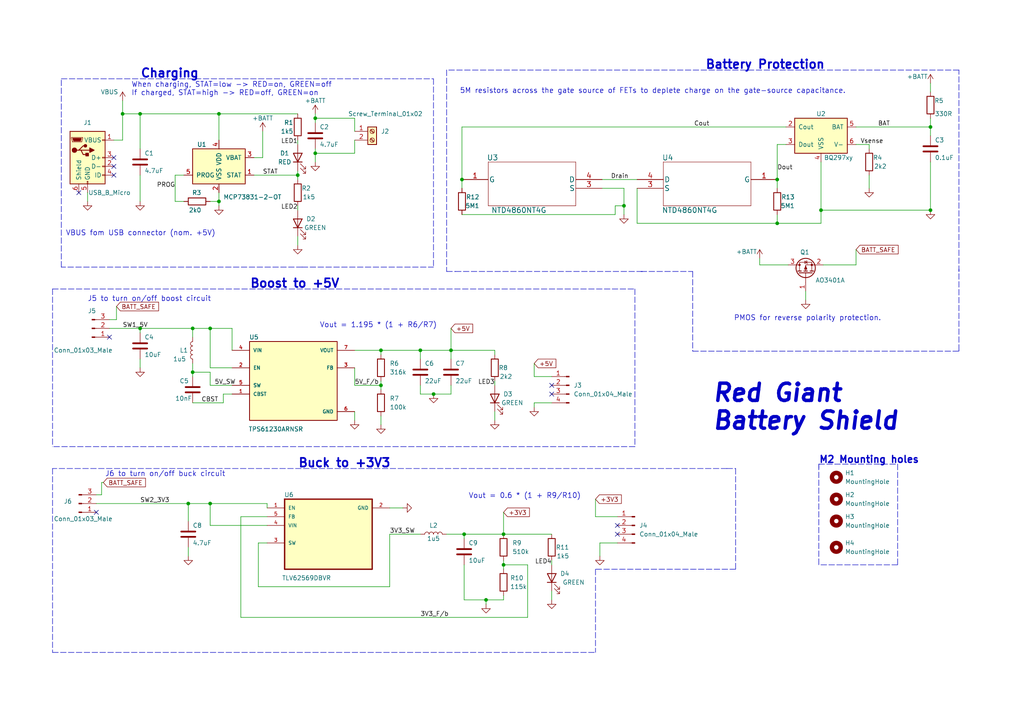
<source format=kicad_sch>
(kicad_sch (version 20211123) (generator eeschema)
  (paper "A4")
  (title_block (title "Red Giant Battery Shield") (date "2022-02") (rev "1.0") (company "Alex Gichamba"))
  (lib_symbols
    (symbol "Battery_Management:BQ297xy" (pin_names (offset 1.016))
      (property "Reference" "U" (at -6.35 6.35 0))
      (property "Value" "BQ297xy" (at 5.08 -6.35 0))
      (symbol "BQ297xy_0_1"
        (rectangle (start -7.62 5.08) (end 7.62 -5.08) (stroke (width 0.254)) (fill (type background)))
      )
      (symbol "BQ297xy_1_1"
        (pin no_connect line (at 7.62 0 180) (length 2.54) hide (name "NC") (number "1"))
        (pin output line (at 10.16 2.54 180) (length 2.54) (name "Cout") (number "2"))
        (pin output line (at 10.16 -2.54 180) (length 2.54) (name "Dout") (number "3"))
        (pin power_in line (at 0 -7.62 90) (length 2.54) (name "VSS") (number "4"))
        (pin input line (at -10.16 2.54 0) (length 2.54) (name "BAT") (number "5"))
        (pin input line (at -10.16 -2.54 0) (length 2.54) (name "V-") (number "6"))
      )
    )
    (symbol "Battery_Management:MCP73831-2-OT" (pin_names (offset 1.016))
      (property "Reference" "U" (at -7.62 6.35 0))
      (property "Value" "MCP73831-2-OT" (at 1.27 6.35 0))
      (symbol "MCP73831-2-OT_0_1"
        (rectangle (start -7.62 5.08) (end 7.62 -5.08) (stroke (width 0.254)) (fill (type background)))
      )
      (symbol "MCP73831-2-OT_1_1"
        (pin output line (at 10.16 -2.54 180) (length 2.54) (name "STAT") (number "1"))
        (pin power_in line (at 0 -7.62 90) (length 2.54) (name "VSS") (number "2"))
        (pin power_out line (at 10.16 2.54 180) (length 2.54) (name "VBAT") (number "3"))
        (pin power_in line (at 0 7.62 270) (length 2.54) (name "VDD") (number "4"))
        (pin input line (at -10.16 -2.54 0) (length 2.54) (name "PROG") (number "5"))
      )
    )
    (symbol "Connector:Conn_01x03_Male" (pin_names (offset 1.016) hide)
      (property "Reference" "J" (at 0 5.08 0))
      (property "Value" "Conn_01x03_Male" (at 0 -5.08 0))
      (symbol "Conn_01x03_Male_1_1"
        (polyline (pts (xy 1.27 -2.54) (xy 0.8636 -2.54)) (stroke (width 0.1524)))
        (polyline (pts (xy 1.27 0) (xy 0.8636 0)) (stroke (width 0.1524)))
        (polyline (pts (xy 1.27 2.54) (xy 0.8636 2.54)) (stroke (width 0.1524)))
        (rectangle (start 0.8636 -2.413) (end 0 -2.667) (stroke (width 0.1524)) (fill (type outline)))
        (rectangle (start 0.8636 0.127) (end 0 -0.127) (stroke (width 0.1524)) (fill (type outline)))
        (rectangle (start 0.8636 2.667) (end 0 2.413) (stroke (width 0.1524)) (fill (type outline)))
        (pin passive line (at 5.08 2.54 180) (length 3.81) (name "Pin_1") (number "1"))
        (pin passive line (at 5.08 0 180) (length 3.81) (name "Pin_2") (number "2"))
        (pin passive line (at 5.08 -2.54 180) (length 3.81) (name "Pin_3") (number "3"))
      )
    )
    (symbol "Connector:Conn_01x04_Male" (pin_names (offset 1.016) hide)
      (property "Reference" "J" (at 0 5.08 0))
      (property "Value" "Conn_01x04_Male" (at 0 -7.62 0))
      (symbol "Conn_01x04_Male_1_1"
        (polyline (pts (xy 1.27 -5.08) (xy 0.8636 -5.08)) (stroke (width 0.1524)))
        (polyline (pts (xy 1.27 -2.54) (xy 0.8636 -2.54)) (stroke (width 0.1524)))
        (polyline (pts (xy 1.27 0) (xy 0.8636 0)) (stroke (width 0.1524)))
        (polyline (pts (xy 1.27 2.54) (xy 0.8636 2.54)) (stroke (width 0.1524)))
        (rectangle (start 0.8636 -4.953) (end 0 -5.207) (stroke (width 0.1524)) (fill (type outline)))
        (rectangle (start 0.8636 -2.413) (end 0 -2.667) (stroke (width 0.1524)) (fill (type outline)))
        (rectangle (start 0.8636 0.127) (end 0 -0.127) (stroke (width 0.1524)) (fill (type outline)))
        (rectangle (start 0.8636 2.667) (end 0 2.413) (stroke (width 0.1524)) (fill (type outline)))
        (pin passive line (at 5.08 2.54 180) (length 3.81) (name "Pin_1") (number "1"))
        (pin passive line (at 5.08 0 180) (length 3.81) (name "Pin_2") (number "2"))
        (pin passive line (at 5.08 -2.54 180) (length 3.81) (name "Pin_3") (number "3"))
        (pin passive line (at 5.08 -5.08 180) (length 3.81) (name "Pin_4") (number "4"))
      )
    )
    (symbol "Connector:Screw_Terminal_01x02" (pin_names (offset 1.016) hide)
      (property "Reference" "J" (at 0 2.54 0))
      (property "Value" "Screw_Terminal_01x02" (at 0 -5.08 0))
      (symbol "Screw_Terminal_01x02_1_1"
        (rectangle (start -1.27 1.27) (end 1.27 -3.81) (stroke (width 0.254)) (fill (type background)))
        (circle (center 0 -2.54) (radius 0.635) (stroke (width 0.1524)))
        (polyline (pts (xy -0.5334 -2.2098) (xy 0.3302 -3.048)) (stroke (width 0.1524)))
        (polyline (pts (xy -0.5334 0.3302) (xy 0.3302 -0.508)) (stroke (width 0.1524)))
        (polyline (pts (xy -0.3556 -2.032) (xy 0.508 -2.8702)) (stroke (width 0.1524)))
        (polyline (pts (xy -0.3556 0.508) (xy 0.508 -0.3302)) (stroke (width 0.1524)))
        (circle (center 0 0) (radius 0.635) (stroke (width 0.1524)))
        (pin passive line (at -5.08 0 0) (length 3.81) (name "Pin_1") (number "1"))
        (pin passive line (at -5.08 -2.54 0) (length 3.81) (name "Pin_2") (number "2"))
      )
    )
    (symbol "Connector:USB_B_Micro" (pin_names (offset 1.016))
      (property "Reference" "J" (at -5.08 11.43 0))
      (property "Value" "USB_B_Micro" (at -5.08 8.89 0))
      (symbol "USB_B_Micro_0_1"
        (rectangle (start -5.08 -7.62) (end 5.08 7.62) (stroke (width 0.254)) (fill (type background)))
        (circle (center -3.81 2.159) (radius 0.635) (stroke (width 0.254)) (fill (type outline)))
        (circle (center -0.635 3.429) (radius 0.381) (stroke (width 0.254)) (fill (type outline)))
        (rectangle (start -0.127 -7.62) (end 0.127 -6.858))
        (polyline (pts (xy -1.905 2.159) (xy 0.635 2.159)) (stroke (width 0.254)))
        (polyline (pts (xy -3.175 2.159) (xy -2.54 2.159) (xy -1.27 3.429) (xy -0.635 3.429)) (stroke (width 0.254)))
        (polyline (pts (xy -2.54 2.159) (xy -1.905 2.159) (xy -1.27 0.889) (xy 0 0.889)) (stroke (width 0.254)))
        (polyline (pts (xy 0.635 2.794) (xy 0.635 1.524) (xy 1.905 2.159) (xy 0.635 2.794)) (stroke (width 0.254)) (fill (type outline)))
        (polyline (pts (xy -4.318 5.588) (xy -1.778 5.588) (xy -2.032 4.826) (xy -4.064 4.826) (xy -4.318 5.588)) (fill (type outline)))
        (polyline (pts (xy -4.699 5.842) (xy -4.699 5.588) (xy -4.445 4.826) (xy -4.445 4.572) (xy -1.651 4.572) (xy -1.651 4.826) (xy -1.397 5.588) (xy -1.397 5.842) (xy -4.699 5.842)))
        (rectangle (start 0.254 1.27) (end -0.508 0.508) (stroke (width 0.254)) (fill (type outline)))
        (rectangle (start 5.08 -5.207) (end 4.318 -4.953))
        (rectangle (start 5.08 -2.667) (end 4.318 -2.413))
        (rectangle (start 5.08 -0.127) (end 4.318 0.127))
        (rectangle (start 5.08 4.953) (end 4.318 5.207))
      )
      (symbol "USB_B_Micro_1_1"
        (pin power_out line (at 7.62 5.08 180) (length 2.54) (name "VBUS") (number "1"))
        (pin bidirectional line (at 7.62 -2.54 180) (length 2.54) (name "D-") (number "2"))
        (pin bidirectional line (at 7.62 0 180) (length 2.54) (name "D+") (number "3"))
        (pin passive line (at 7.62 -5.08 180) (length 2.54) (name "ID") (number "4"))
        (pin power_out line (at 0 -10.16 90) (length 2.54) (name "GND") (number "5"))
        (pin passive line (at -2.54 -10.16 90) (length 2.54) (name "Shield") (number "6"))
      )
    )
    (symbol "Device:C" (pin_numbers hide) (pin_names (offset 0.254))
      (property "Reference" "C" (at 0.635 2.54 0))
      (property "Value" "C" (at 0.635 -2.54 0))
      (symbol "C_0_1"
        (polyline (pts (xy -2.032 -0.762) (xy 2.032 -0.762)) (stroke (width 0.508)))
        (polyline (pts (xy -2.032 0.762) (xy 2.032 0.762)) (stroke (width 0.508)))
      )
      (symbol "C_1_1"
        (pin passive line (at 0 3.81 270) (length 2.794) (name "~") (number "1"))
        (pin passive line (at 0 -3.81 90) (length 2.794) (name "~") (number "2"))
      )
    )
    (symbol "Device:L" (pin_numbers hide) (pin_names (offset 1.016) hide)
      (property "Reference" "L" (at -1.27 0 90))
      (property "Value" "L" (at 1.905 0 90))
      (symbol "L_0_1"
        (arc (start 0 -2.54) (mid 0.635 -1.905) (end 0 -1.27))
        (arc (start 0 -1.27) (mid 0.635 -0.635) (end 0 0))
        (arc (start 0 0) (mid 0.635 0.635) (end 0 1.27))
        (arc (start 0 1.27) (mid 0.635 1.905) (end 0 2.54))
      )
      (symbol "L_1_1"
        (pin passive line (at 0 3.81 270) (length 1.27) (name "1") (number "1"))
        (pin passive line (at 0 -3.81 90) (length 1.27) (name "2") (number "2"))
      )
    )
    (symbol "Device:LED" (pin_numbers hide) (pin_names (offset 1.016) hide)
      (property "Reference" "D" (at 0 2.54 0))
      (property "Value" "LED" (at 0 -2.54 0))
      (symbol "LED_0_1"
        (polyline (pts (xy -1.27 -1.27) (xy -1.27 1.27)) (stroke (width 0.254)))
        (polyline (pts (xy -1.27 0) (xy 1.27 0)))
        (polyline (pts (xy 1.27 -1.27) (xy 1.27 1.27) (xy -1.27 0) (xy 1.27 -1.27)) (stroke (width 0.254)))
        (polyline (pts (xy -3.048 -0.762) (xy -4.572 -2.286) (xy -3.81 -2.286) (xy -4.572 -2.286) (xy -4.572 -1.524)))
        (polyline (pts (xy -1.778 -0.762) (xy -3.302 -2.286) (xy -2.54 -2.286) (xy -3.302 -2.286) (xy -3.302 -1.524)))
      )
      (symbol "LED_1_1"
        (pin passive line (at -3.81 0 0) (length 2.54) (name "K") (number "1"))
        (pin passive line (at 3.81 0 180) (length 2.54) (name "A") (number "2"))
      )
    )
    (symbol "Device:R" (pin_numbers hide) (pin_names (offset 0))
      (property "Reference" "R" (at 2.032 0 90))
      (property "Value" "R" (at 0 0 90))
      (symbol "R_0_1"
        (rectangle (start -1.016 -2.54) (end 1.016 2.54) (stroke (width 0.254)))
      )
      (symbol "R_1_1"
        (pin passive line (at 0 3.81 270) (length 1.27) (name "~") (number "1"))
        (pin passive line (at 0 -3.81 90) (length 1.27) (name "~") (number "2"))
      )
    )
    (symbol "Mechanical:MountingHole" (pin_names (offset 1.016))
      (property "Reference" "H" (at 0 5.08 0))
      (property "Value" "MountingHole" (at 0 3.175 0))
      (symbol "MountingHole_0_1"
        (circle (center 0 0) (radius 1.27) (stroke (width 1.27)))
      )
    )
    (symbol "NTD4860NT4G:NTD4860NT4G" (pin_names (offset 0.254))
      (property "Reference" "U4" (at -30.48 6.35 0))
      (property "Value" "NTD4860NT4G" (at -25.4 -8.89 0))
      (symbol "NTD4860NT4G_1_1"
        (polyline (pts (xy 7.62 -7.62) (xy 33.02 -7.62)) (stroke (width 0.127)))
        (polyline (pts (xy 7.62 5.08) (xy 7.62 -7.62)) (stroke (width 0.127)))
        (polyline (pts (xy 33.02 -7.62) (xy 33.02 5.08)) (stroke (width 0.127)))
        (polyline (pts (xy 33.02 5.08) (xy 7.62 5.08)) (stroke (width 0.127)))
        (pin input line (at 0 0 0) (length 7.62) (name "G") (number "1"))
        (pin passive line (at 40.64 -2.54 180) (length 7.62) (name "S") (number "3"))
        (pin passive line (at 40.64 0 180) (length 7.62) (name "D") (number "4"))
      )
    )
    (symbol "NTD4860NT4G_1" (pin_names (offset 0.254))
      (property "Reference" "U3" (at 8.89 6.35 0))
      (property "Value" "NTD4860NT4G_1" (at 16.51 -8.89 0))
      (symbol "NTD4860NT4G_1_1_1"
        (polyline (pts (xy 7.62 -7.62) (xy 33.02 -7.62)) (stroke (width 0.127)))
        (polyline (pts (xy 7.62 5.08) (xy 7.62 -7.62)) (stroke (width 0.127)))
        (polyline (pts (xy 33.02 -7.62) (xy 33.02 5.08)) (stroke (width 0.127)))
        (polyline (pts (xy 33.02 5.08) (xy 7.62 5.08)) (stroke (width 0.127)))
        (pin input line (at 0 0 0) (length 7.62) (name "G") (number "1"))
        (pin passive line (at 40.64 -2.54 180) (length 7.62) (name "S") (number "3"))
        (pin passive line (at 40.64 0 180) (length 7.62) (name "D") (number "4"))
      )
    )
    (symbol "TLV62569DBVR:TLV62569DBVR" (pin_names (offset 1.016))
      (property "Reference" "U" (at -12.7 11.1506 0))
      (property "Value" "TLV62569DBVR" (at -12.7 -14.1478 0))
      (symbol "TLV62569DBVR_0_0"
        (rectangle (start -12.7 -10.16) (end 12.7 10.16) (stroke (width 0.4064)) (fill (type background)))
        (pin input line (at -17.78 7.62 0) (length 5.08) (name "EN") (number "1"))
        (pin power_in line (at 17.78 7.62 180) (length 5.08) (name "GND") (number "2"))
        (pin bidirectional line (at -17.78 -2.54 0) (length 5.08) (name "SW") (number "3"))
        (pin input line (at -17.78 2.54 0) (length 5.08) (name "VIN") (number "4"))
        (pin input line (at -17.78 5.08 0) (length 5.08) (name "FB") (number "5"))
      )
    )
    (symbol "TPS61230ARNSR:TPS61230ARNSR" (pin_names (offset 1.016))
      (property "Reference" "U" (at -12.7 11.43 0))
      (property "Value" "TPS61230ARNSR" (at -12.7 -13.97 0))
      (symbol "TPS61230ARNSR_0_0"
        (rectangle (start -12.7 -12.7) (end 12.7 10.16) (stroke (width 0.254)) (fill (type background)))
        (pin passive line (at -17.78 -5.08 0) (length 5.08) (name "CBST") (number "1"))
        (pin input line (at -17.78 2.54 0) (length 5.08) (name "EN") (number "2"))
        (pin input line (at 17.78 2.54 180) (length 5.08) (name "FB") (number "3"))
        (pin input line (at -17.78 7.62 0) (length 5.08) (name "VIN") (number "4"))
        (pin passive line (at -17.78 -2.54 0) (length 5.08) (name "SW") (number "5"))
        (pin power_in line (at 17.78 -10.16 180) (length 5.08) (name "GND") (number "6"))
        (pin output line (at 17.78 7.62 180) (length 5.08) (name "VOUT") (number "7"))
      )
    )
    (symbol "Transistor_FET:AO3401A" (pin_names hide)
      (property "Reference" "Q" (at 5.08 1.905 0))
      (property "Value" "AO3401A" (at 5.08 0 0))
      (symbol "AO3401A_0_1"
        (polyline (pts (xy 0.254 0) (xy -2.54 0)))
        (polyline (pts (xy 0.254 1.905) (xy 0.254 -1.905)) (stroke (width 0.254)))
        (polyline (pts (xy 0.762 -1.27) (xy 0.762 -2.286)) (stroke (width 0.254)))
        (polyline (pts (xy 0.762 0.508) (xy 0.762 -0.508)) (stroke (width 0.254)))
        (polyline (pts (xy 0.762 2.286) (xy 0.762 1.27)) (stroke (width 0.254)))
        (polyline (pts (xy 2.54 2.54) (xy 2.54 1.778)))
        (polyline (pts (xy 2.54 -2.54) (xy 2.54 0) (xy 0.762 0)))
        (polyline (pts (xy 0.762 1.778) (xy 3.302 1.778) (xy 3.302 -1.778) (xy 0.762 -1.778)))
        (polyline (pts (xy 2.286 0) (xy 1.27 0.381) (xy 1.27 -0.381) (xy 2.286 0)) (fill (type outline)))
        (polyline (pts (xy 2.794 -0.508) (xy 2.921 -0.381) (xy 3.683 -0.381) (xy 3.81 -0.254)))
        (polyline (pts (xy 3.302 -0.381) (xy 2.921 0.254) (xy 3.683 0.254) (xy 3.302 -0.381)))
        (circle (center 1.651 0) (radius 2.794) (stroke (width 0.254)))
        (circle (center 2.54 -1.778) (radius 0.254) (fill (type outline)))
        (circle (center 2.54 1.778) (radius 0.254) (fill (type outline)))
      )
      (symbol "AO3401A_1_1"
        (pin input line (at -5.08 0 0) (length 2.54) (name "G") (number "1"))
        (pin passive line (at 2.54 -5.08 90) (length 2.54) (name "S") (number "2"))
        (pin passive line (at 2.54 5.08 270) (length 2.54) (name "D") (number "3"))
      )
    )
    (symbol "power:+BATT" (power) (pin_names (offset 0))
      (property "Value" "+BATT" (at 0 3.556 0))
      (symbol "+BATT_0_1"
        (polyline (pts (xy -0.762 1.27) (xy 0 2.54)))
        (polyline (pts (xy 0 0) (xy 0 2.54)))
        (polyline (pts (xy 0 2.54) (xy 0.762 1.27)))
      )
      (symbol "+BATT_1_1"
        (pin power_in line (at 0 0 90) (length 0) hide (name "+BATT") (number "1"))
      )
    )
    (symbol "power:GND" (power) (pin_names (offset 0))
      (property "Value" "GND" (at 0 -3.81 0))
      (symbol "GND_0_1"
        (polyline (pts (xy 0 0) (xy 0 -1.27) (xy 1.27 -1.27) (xy 0 -2.54) (xy -1.27 -1.27) (xy 0 -1.27)))
      )
      (symbol "GND_1_1"
        (pin power_in line (at 0 0 270) (length 0) hide (name "GND") (number "1"))
      )
    )
    (symbol "power:VBUS" (power) (pin_names (offset 0))
      (property "Value" "VBUS" (at 0 3.81 0))
      (symbol "VBUS_0_1"
        (polyline (pts (xy -0.762 1.27) (xy 0 2.54)))
        (polyline (pts (xy 0 0) (xy 0 2.54)))
        (polyline (pts (xy 0 2.54) (xy 0.762 1.27)))
      )
      (symbol "VBUS_1_1"
        (pin power_in line (at 0 0 90) (length 0) hide (name "VBUS") (number "1"))
      )
    )
  )
  (junction (at 225.425 64.77))
  (junction (at 134.62 154.94))
  (junction (at 55.88 107.95))
  (junction (at 110.49 101.6))
  (junction (at 60.96 95.25))
  (junction (at 54.61 146.05))
  (junction (at 269.875 60.96))
  (junction (at 121.92 101.6))
  (junction (at 238.125 60.96))
  (junction (at 180.975 59.69))
  (junction (at 140.97 173.99))
  (junction (at 125.7617 114.3))
  (junction (at 35.56 33.02))
  (junction (at 63.5 58.42))
  (junction (at 40.64 95.25))
  (junction (at 91.44 44.45))
  (junction (at 130.81 101.6))
  (junction (at 110.49 111.76))
  (junction (at 146.05 154.94))
  (junction (at 40.64 33.02))
  (junction (at 269.875 36.83))
  (junction (at 63.5 33.02))
  (junction (at 86.36 50.8))
  (junction (at 225.425 52.07))
  (junction (at 146.05 163.83))
  (junction (at 60.96 146.05))
  (junction (at 91.44 34.29))
  (junction (at 133.985 52.07))
  (junction (at 55.88 95.25))
  (no_connect (at 33.02 48.26))
  (no_connect (at 160.02 114.3))
  (no_connect (at 179.07 152.4))
  (no_connect (at 33.02 50.8))
  (no_connect (at 160.02 111.76))
  (no_connect (at 27.94 148.59))
  (no_connect (at 33.02 45.72))
  (no_connect (at 31.75 97.79))
  (no_connect (at 179.07 154.94))
  (no_connect (at 22.86 55.88))
  (wire (pts (xy 91.44 44.45) (xy 102.87 44.45)))
  (wire (pts (xy 60.96 106.68) (xy 67.31 106.68)))
  (wire (pts (xy 64.77 116.84) (xy 64.77 114.3)))
  (wire (pts (xy 220.345 76.835) (xy 228.6 76.835)))
  (polyline (pts (xy 87.63 77.47) (xy 17.78 77.47)))
  (wire (pts (xy 40.64 33.02) (xy 63.5 33.02)))
  (wire (pts (xy 27.94 143.51) (xy 29.464 143.51)))
  (wire (pts (xy 113.03 170.18) (xy 74.93 170.18)))
  (wire (pts (xy 143.51 119.38) (xy 143.51 121.92)))
  (wire (pts (xy 31.75 92.71) (xy 33.782 92.71)))
  (polyline (pts (xy 260.35 134.62) (xy 260.35 163.83)))
  (wire (pts (xy 233.68 84.455) (xy 233.68 86.995)))
  (wire (pts (xy 77.47 146.05) (xy 60.96 146.05)))
  (wire (pts (xy 184.785 64.77) (xy 225.425 64.77)))
  (wire (pts (xy 180.975 54.61) (xy 180.975 59.69)))
  (wire (pts (xy 54.61 146.05) (xy 54.61 151.13)))
  (wire (pts (xy 73.66 50.8) (xy 86.36 50.8)))
  (wire (pts (xy 134.62 163.83) (xy 134.62 173.99)))
  (wire (pts (xy 86.36 68.58) (xy 86.36 71.12)))
  (wire (pts (xy 121.92 101.6) (xy 130.81 101.6)))
  (polyline (pts (xy 237.49 134.62) (xy 237.49 135.89)))
  (wire (pts (xy 54.61 158.75) (xy 54.61 161.29)))
  (polyline (pts (xy 125.73 22.86) (xy 125.73 77.47)))
  (wire (pts (xy 121.92 101.6) (xy 121.92 104.14)))
  (wire (pts (xy 33.782 88.9) (xy 33.782 92.71)))
  (wire (pts (xy 60.96 95.25) (xy 67.31 95.25)))
  (wire (pts (xy 54.61 146.05) (xy 60.96 146.05)))
  (polyline (pts (xy 278.13 78.74) (xy 278.13 20.32)))
  (wire (pts (xy 55.88 95.25) (xy 55.88 97.79)))
  (wire (pts (xy 172.72 144.78) (xy 172.72 149.86)))
  (wire (pts (xy 146.05 162.56) (xy 146.05 163.83)))
  (wire (pts (xy 140.97 173.99) (xy 140.97 175.26)))
  (wire (pts (xy 174.625 52.07) (xy 184.785 52.07)))
  (wire (pts (xy 110.49 101.6) (xy 121.92 101.6)))
  (wire (pts (xy 252.095 43.18) (xy 252.095 41.91)))
  (wire (pts (xy 55.88 107.95) (xy 55.88 109.22)))
  (wire (pts (xy 86.36 33.02) (xy 63.5 33.02)))
  (wire (pts (xy 130.81 95.25) (xy 130.81 101.6)))
  (wire (pts (xy 55.88 95.25) (xy 60.96 95.25)))
  (polyline (pts (xy 132.08 78.74) (xy 186.69 78.74)))
  (wire (pts (xy 130.81 114.3) (xy 130.81 111.76)))
  (wire (pts (xy 160.02 109.22) (xy 154.94 109.22)))
  (wire (pts (xy 160.02 162.56) (xy 160.02 163.83)))
  (wire (pts (xy 77.47 147.32) (xy 77.47 146.05)))
  (wire (pts (xy 174.625 54.61) (xy 180.975 54.61)))
  (wire (pts (xy 220.345 74.93) (xy 220.345 76.835)))
  (wire (pts (xy 40.64 95.25) (xy 55.88 95.25)))
  (wire (pts (xy 153.035 163.83) (xy 153.035 179.07)))
  (wire (pts (xy 113.03 147.32) (xy 116.84 147.32)))
  (wire (pts (xy 146.05 163.83) (xy 153.035 163.83)))
  (wire (pts (xy 143.51 101.6) (xy 143.51 102.87)))
  (wire (pts (xy 252.095 41.91) (xy 248.285 41.91)))
  (wire (pts (xy 102.87 111.76) (xy 102.87 106.68)))
  (polyline (pts (xy 237.49 134.62) (xy 260.35 134.62)))
  (wire (pts (xy 133.985 62.23) (xy 178.435 62.23)))
  (wire (pts (xy 269.875 24.13) (xy 269.875 26.67)))
  (wire (pts (xy 50.8 50.8) (xy 53.34 50.8)))
  (wire (pts (xy 238.125 60.96) (xy 269.875 60.96)))
  (wire (pts (xy 113.03 154.94) (xy 121.92 154.94)))
  (wire (pts (xy 29.972 139.954) (xy 29.464 139.954)))
  (polyline (pts (xy 15.24 135.89) (xy 15.24 189.23)))
  (wire (pts (xy 55.88 116.84) (xy 64.77 116.84)))
  (wire (pts (xy 102.87 40.64) (xy 102.87 44.45)))
  (wire (pts (xy 146.05 154.94) (xy 160.02 154.94)))
  (polyline (pts (xy 200.914 101.854) (xy 278.13 101.854)))
  (wire (pts (xy 50.8 58.42) (xy 50.8 50.8)))
  (wire (pts (xy 86.36 59.69) (xy 86.36 60.96)))
  (wire (pts (xy 77.47 152.4) (xy 60.96 152.4)))
  (wire (pts (xy 178.435 59.69) (xy 180.975 59.69)))
  (wire (pts (xy 40.64 33.02) (xy 40.64 43.18)))
  (wire (pts (xy 178.435 62.23) (xy 178.435 59.69)))
  (wire (pts (xy 86.36 40.64) (xy 86.36 41.91)))
  (wire (pts (xy 133.985 36.83) (xy 227.965 36.83)))
  (wire (pts (xy 238.76 76.835) (xy 248.285 76.835)))
  (wire (pts (xy 184.785 54.61) (xy 184.785 64.77)))
  (wire (pts (xy 35.56 40.64) (xy 33.02 40.64)))
  (wire (pts (xy 102.87 101.6) (xy 110.49 101.6)))
  (polyline (pts (xy 17.78 22.86) (xy 125.73 22.86)))
  (polyline (pts (xy 185.928 78.74) (xy 200.914 78.74)))
  (wire (pts (xy 125.7617 114.3) (xy 130.81 114.3)))
  (wire (pts (xy 252.095 50.8) (xy 252.095 54.61)))
  (wire (pts (xy 31.75 95.25) (xy 40.64 95.25)))
  (wire (pts (xy 40.64 50.8) (xy 40.64 58.42)))
  (wire (pts (xy 29.464 139.954) (xy 29.464 143.51)))
  (wire (pts (xy 35.56 33.02) (xy 35.56 40.64)))
  (wire (pts (xy 91.44 34.29) (xy 91.44 35.56)))
  (wire (pts (xy 269.875 60.96) (xy 269.875 46.99)))
  (wire (pts (xy 248.285 72.39) (xy 248.285 76.835)))
  (wire (pts (xy 225.425 52.07) (xy 225.425 41.91)))
  (wire (pts (xy 110.49 120.65) (xy 110.49 123.19)))
  (polyline (pts (xy 172.72 165.1) (xy 172.72 189.23)))
  (polyline (pts (xy 260.35 163.83) (xy 237.49 163.83)))
  (wire (pts (xy 238.125 64.77) (xy 238.125 60.96)))
  (wire (pts (xy 225.425 62.23) (xy 225.425 64.77)))
  (wire (pts (xy 146.05 173.99) (xy 146.05 172.72)))
  (polyline (pts (xy 184.15 129.54) (xy 15.24 129.54)))
  (polyline (pts (xy 184.15 83.82) (xy 184.15 129.54)))
  (wire (pts (xy 134.62 154.94) (xy 146.05 154.94)))
  (wire (pts (xy 134.62 154.94) (xy 134.62 156.21)))
  (wire (pts (xy 110.49 101.6) (xy 110.49 102.87)))
  (wire (pts (xy 91.44 33.02) (xy 91.44 34.29)))
  (wire (pts (xy 110.49 111.76) (xy 110.49 113.03)))
  (wire (pts (xy 113.03 154.94) (xy 113.03 170.18)))
  (wire (pts (xy 121.92 114.3) (xy 125.7617 114.3)))
  (polyline (pts (xy 213.36 165.1) (xy 172.72 165.1)))
  (wire (pts (xy 130.81 101.6) (xy 143.51 101.6)))
  (polyline (pts (xy 278.13 20.32) (xy 129.54 20.32)))
  (wire (pts (xy 73.66 45.72) (xy 76.2 45.72)))
  (polyline (pts (xy 15.24 189.23) (xy 172.72 189.23)))
  (wire (pts (xy 269.875 36.83) (xy 269.875 39.37)))
  (wire (pts (xy 154.94 105.41) (xy 154.94 109.22)))
  (wire (pts (xy 76.2 38.1) (xy 76.2 45.72)))
  (wire (pts (xy 102.87 34.29) (xy 102.87 38.1)))
  (wire (pts (xy 146.05 163.83) (xy 146.05 165.1)))
  (wire (pts (xy 69.85 179.07) (xy 153.035 179.07)))
  (wire (pts (xy 74.93 157.48) (xy 77.47 157.48)))
  (wire (pts (xy 63.5 33.02) (xy 63.5 40.64)))
  (wire (pts (xy 129.54 154.94) (xy 134.62 154.94)))
  (wire (pts (xy 146.05 148.59) (xy 146.05 154.94)))
  (wire (pts (xy 60.96 106.68) (xy 60.96 95.25)))
  (wire (pts (xy 60.96 111.76) (xy 60.96 107.95)))
  (wire (pts (xy 140.97 173.99) (xy 146.05 173.99)))
  (wire (pts (xy 102.87 34.29) (xy 91.44 34.29)))
  (wire (pts (xy 110.49 110.49) (xy 110.49 111.76)))
  (wire (pts (xy 173.99 157.48) (xy 179.07 157.48)))
  (wire (pts (xy 63.5 58.42) (xy 63.5 59.69)))
  (polyline (pts (xy 87.63 77.47) (xy 125.73 77.47)))
  (polyline (pts (xy 210.82 135.89) (xy 213.36 135.89)))
  (wire (pts (xy 225.425 52.07) (xy 225.425 54.61)))
  (wire (pts (xy 154.94 118.11) (xy 154.94 116.84)))
  (wire (pts (xy 160.02 171.45) (xy 160.02 173.99)))
  (wire (pts (xy 60.96 152.4) (xy 60.96 146.05)))
  (wire (pts (xy 130.81 101.6) (xy 130.81 104.14)))
  (wire (pts (xy 179.07 149.86) (xy 172.72 149.86)))
  (polyline (pts (xy 278.13 101.854) (xy 278.13 101.6)))
  (wire (pts (xy 67.31 111.76) (xy 60.96 111.76)))
  (wire (pts (xy 238.125 46.99) (xy 238.125 60.96)))
  (wire (pts (xy 64.77 114.3) (xy 67.31 114.3)))
  (polyline (pts (xy 129.54 20.32) (xy 129.54 78.74)))
  (wire (pts (xy 225.425 64.77) (xy 238.125 64.77)))
  (wire (pts (xy 133.985 52.07) (xy 133.985 36.83)))
  (polyline (pts (xy 213.36 135.89) (xy 213.36 165.1)))
  (wire (pts (xy 40.64 104.14) (xy 40.64 106.68)))
  (polyline (pts (xy 200.914 78.74) (xy 200.914 101.854)))
  (wire (pts (xy 110.49 111.76) (xy 102.87 111.76)))
  (wire (pts (xy 143.51 110.49) (xy 143.51 111.76)))
  (wire (pts (xy 134.62 173.99) (xy 140.97 173.99)))
  (wire (pts (xy 180.975 59.69) (xy 180.975 62.23)))
  (polyline (pts (xy 15.24 83.82) (xy 184.15 83.82)))
  (polyline (pts (xy 129.54 78.74) (xy 132.08 78.74)))
  (wire (pts (xy 86.36 49.53) (xy 86.36 50.8)))
  (wire (pts (xy 53.34 58.42) (xy 50.8 58.42)))
  (wire (pts (xy 154.94 116.84) (xy 160.02 116.84)))
  (wire (pts (xy 102.87 119.38) (xy 102.87 121.92)))
  (wire (pts (xy 74.93 170.18) (xy 74.93 157.48)))
  (wire (pts (xy 121.92 111.76) (xy 121.92 114.3)))
  (wire (pts (xy 67.31 101.6) (xy 67.31 95.25)))
  (wire (pts (xy 35.56 29.21) (xy 35.56 33.02)))
  (wire (pts (xy 269.875 34.29) (xy 269.875 36.83)))
  (polyline (pts (xy 210.82 135.89) (xy 15.24 135.89)))
  (wire (pts (xy 35.56 33.02) (xy 40.64 33.02)))
  (wire (pts (xy 91.44 43.18) (xy 91.44 44.45)))
  (wire (pts (xy 225.425 41.91) (xy 227.965 41.91)))
  (wire (pts (xy 27.94 146.05) (xy 54.61 146.05)))
  (wire (pts (xy 69.85 149.86) (xy 77.47 149.86)))
  (wire (pts (xy 40.64 96.52) (xy 40.64 95.25)))
  (wire (pts (xy 55.88 105.41) (xy 55.88 107.95)))
  (polyline (pts (xy 200.914 101.6) (xy 200.914 101.854)))
  (wire (pts (xy 63.5 55.88) (xy 63.5 58.42)))
  (wire (pts (xy 173.99 161.29) (xy 173.99 157.48)))
  (wire (pts (xy 60.96 107.95) (xy 55.88 107.95)))
  (wire (pts (xy 248.285 36.83) (xy 269.875 36.83)))
  (polyline (pts (xy 17.78 77.47) (xy 17.78 22.86)))
  (wire (pts (xy 69.85 179.07) (xy 69.85 149.86)))
  (wire (pts (xy 91.44 44.45) (xy 91.44 46.99)))
  (wire (pts (xy 25.4 55.88) (xy 25.4 58.42)))
  (wire (pts (xy 86.36 50.8) (xy 86.36 52.07)))
  (wire (pts (xy 133.985 52.07) (xy 133.985 54.61)))
  (polyline (pts (xy 237.49 134.62) (xy 237.49 163.83)))
  (polyline (pts (xy 278.13 101.6) (xy 278.13 78.105)))
  (polyline (pts (xy 15.24 83.82) (xy 15.24 129.54)))
  (wire (pts (xy 60.96 58.42) (xy 63.5 58.42)))
  (text "M2 Mounting holes" (at 237.49 134.62 0) (effects (font (size 2 2) (thickness 0.4) bold) (justify left bottom)))
  (text "Vout = 0.6 * (1 + R9/R10)" (at 135.89 144.78 0) (effects (font (size 1.5 1.5)) (justify left bottom)))
  (text "Vout = 1.195 * (1 + R6/R7)" (at 92.71 95.25 0) (effects (font (size 1.5 1.5)) (justify left bottom)))
  (text "PMOS for reverse polarity protection." (at 212.852 93.218 0) (effects (font (size 1.5 1.5)) (justify left bottom)))
  (text "Buck to +3V3" (at 86.36 135.89 0) (effects (font (size 2.5 2.5) bold) (justify left bottom)))
  (text "J6 to turn on/off buck circuit" (at 30.48 138.43 0) (effects (font (size 1.5 1.5)) (justify left bottom)))
  (text "Battery Protection" (at 204.47 20.32 0) (effects (font (size 2.5 2.5) bold) (justify left bottom)))
  (text "Red Giant\nBattery Shield" (at 206.375 125.095 0) (effects (font (size 5 5) bold italic) (justify left bottom)))
  (text "VBUS fom USB connector (nom. +5V)" (at 19.05 68.58 0) (effects (font (size 1.5 1.5)) (justify left bottom)))
  (text "Boost to +5V" (at 72.39 83.82 0) (effects (font (size 2.5 2.5) bold) (justify left bottom)))
  (text "Charging" (at 40.64 22.86 0) (effects (font (size 2.5 2.5) (thickness 0.5) bold) (justify left bottom)))
  (text "When charging, STAT=low -> RED=on, GREEN=off\nIf charged, STAT=high -> RED=off, GREEN=on" (at 38.1 27.94 0) (effects (font (size 1.5 1.5)) (justify left bottom)))
  (text "5M resistors across the gate source of FETs to deplete charge on the gate-source capacitance." (at 133.35 27.305 0) (effects (font (size 1.5 1.5)) (justify left bottom)))
  (text "J5 to turn on/off boost circuit" (at 25.4 87.63 0) (effects (font (size 1.5 1.5)) (justify left bottom)))
  (label "CBST" (at 58.42 116.84 0))
  (label "3V3_F{slash}b" (at 121.92 179.07 0))
  (label "LED3" (at 143.51 111.76 180))
  (label "Cout" (at 201.295 36.83 0))
  (label "Vsense" (at 249.555 41.91 0))
  (label "5V_F{slash}b" (at 102.87 111.76 0))
  (label "SW2_3V3" (at 40.64 146.05 0))
  (label "SW1_5V" (at 35.56 95.25 0))
  (label "3V3_SW" (at 113.03 154.94 0))
  (label "PROG" (at 50.8 54.61 180))
  (label "STAT" (at 76.2 50.8 0))
  (label "LED2" (at 86.36 60.96 180))
  (label "Dout" (at 225.425 49.53 0))
  (label "LED1" (at 86.36 41.91 180))
  (label "Drain" (at 177.165 52.07 0))
  (label "LED4" (at 160.02 163.83 180))
  (label "BAT" (at 254.635 36.83 0))
  (label "5V_SW" (at 62.23 111.76 0))
  (global_label "BATT_SAFE" (shape input) (at 33.782 88.9 0) (property "Intersheet References" "${INTERSHEET_REFS}" (effects hide)))
  (global_label "BATT_SAFE" (shape input) (at 248.285 72.39 0) (property "Intersheet References" "${INTERSHEET_REFS}" (effects hide)))
  (global_label "BATT_SAFE" (shape input) (at 29.972 139.954 0) (property "Intersheet References" "${INTERSHEET_REFS}" (effects hide)))
  (global_label "+3V3" (shape input) (at 146.05 148.59 0) (property "Intersheet References" "${INTERSHEET_REFS}" (effects hide)))
  (global_label "+3V3" (shape input) (at 172.72 144.78 0) (property "Intersheet References" "${INTERSHEET_REFS}" (effects hide)))
  (global_label "+5V" (shape input) (at 154.94 105.41 0) (property "Intersheet References" "${INTERSHEET_REFS}" (effects hide)))
  (global_label "+5V" (shape input) (at 130.81 95.25 0) (property "Intersheet References" "${INTERSHEET_REFS}" (effects hide)))
  (symbol (lib_id "Device:R") (at 146.05 168.91 0) (unit 1)
    (property "Reference" "R10" (at 147.955 167.64 0) (effects (justify left)))
    (property "Value" "115k" (at 147.955 170.18 0) (effects (justify left)))
    (property "Footprint" "Resistor_SMD:R_0603_1608Metric" (effects hide))
  )
  (symbol (lib_id "power:GND") (at 125.7617 114.3 0) (unit 1)
    (property "Reference" "#PWR0113" (effects hide))
    (property "Value" "GND" (effects hide))
  )
  (symbol (lib_id "Battery_Management:MCP73831-2-OT") (at 63.5 48.26 0) (unit 1)
    (property "Reference" "U1" (at 57.15 41.91 0) (effects (justify left)))
    (property "Value" "MCP73831-2-OT" (at 64.77 57.15 0) (effects (justify left)))
    (property "Footprint" "Package_TO_SOT_SMD:SOT-23-5" (effects hide))
    (property "Datasheet" "http://ww1.microchip.com/downloads/en/DeviceDoc/20001984g.pdf" (effects hide))
  )
  (symbol (lib_id "Device:LED") (at 143.51 115.57 90) (unit 1)
    (property "Reference" "D3" (at 147.32 114.3 90))
    (property "Value" "GREEN" (at 148.59 116.84 90))
    (property "Footprint" "LED_SMD:LED_0603_1608Metric" (effects hide))
  )
  (symbol (lib_id "Device:LED") (at 86.36 45.72 90) (unit 1)
    (property "Reference" "D1" (at 82.55 44.45 90))
    (property "Value" "RED" (at 82.55 46.99 90))
    (property "Footprint" "LED_SMD:LED_0603_1608Metric" (effects hide))
  )
  (symbol (lib_id "TLV62569DBVR:TLV62569DBVR") (at 95.25 154.94 0) (unit 1)
    (property "Reference" "U6" (at 83.82 143.51 0))
    (property "Value" "TLV62569DBVR" (at 88.9 167.64 0))
    (property "Footprint" "MCP73831T-2ATI_OT:SOT95P280X145-5N" (effects hide))
  )
  (symbol (lib_id "Device:R") (at 86.36 55.88 180) (unit 1)
    (property "Reference" "R2" (at 90.17 54.61 0) (effects (justify left)))
    (property "Value" "1k5" (at 91.44 57.15 0) (effects (justify left)))
    (property "Footprint" "Resistor_SMD:R_0402_1005Metric" (effects hide))
  )
  (symbol (lib_id "Device:R") (at 86.36 36.83 180) (unit 1)
    (property "Reference" "R1" (at 85.09 35.56 0) (effects (justify left)))
    (property "Value" "1k5" (at 85.09 38.1 0) (effects (justify left)))
    (property "Footprint" "Resistor_SMD:R_0402_1005Metric" (effects hide))
  )
  (symbol (lib_id "Connector:USB_B_Micro") (at 25.4 45.72 0) (unit 1)
    (property "Reference" "J1" (at 25.4 35.56 0))
    (property "Value" "USB_B_Micro" (at 31.75 55.88 0))
    (property "Footprint" "Connector_USB:USB_Micro-B_Wuerth_629105150521" (effects hide))
  )
  (symbol (lib_id "Device:C") (at 40.64 100.33 0) (unit 1)
    (property "Reference" "C4" (at 41.91 97.79 0) (effects (justify left)))
    (property "Value" "10uF" (at 41.91 102.87 0) (effects (justify left)))
    (property "Footprint" "Capacitor_SMD:C_0805_2012Metric" (effects hide))
  )
  (symbol (lib_name "NTD4860NT4G_1") (lib_id "NTD4860NT4G:NTD4860NT4G") (at 133.985 52.07 0) (unit 1)
    (property "Reference" "U3" (at 142.875 45.72 0) (effects (font (size 1.524 1.524))))
    (property "Value" "NTD4860NT4G" (at 150.495 60.96 0) (effects (font (size 1.524 1.524))))
    (property "Footprint" "DPAK229P990X238-4N:DPAK229P990X238-4N" (effects hide))
  )
  (symbol (lib_id "power:GND") (at 180.975 62.23 0) (unit 1)
    (property "Reference" "#PWR0106" (effects hide))
    (property "Value" "GND" (effects hide))
  )
  (symbol (lib_id "Battery_Management:BQ297xy") (at 238.125 39.37 0) (mirror y) (unit 1)
    (property "Reference" "U2" (at 238.125 33.02 0))
    (property "Value" "BQ297xy" (at 243.205 45.72 0))
    (property "Footprint" "Package_SON:WSON-6_1.5x1.5mm_P0.5mm" (effects hide))
    (property "Datasheet" "http://www.ti.com/lit/ds/symlink/bq2970.pdf" (effects hide))
  )
  (symbol (lib_id "power:GND") (at 91.44 46.99 0) (unit 1)
    (property "Reference" "#PWR0104" (effects hide))
    (property "Value" "GND" (effects hide))
  )
  (symbol (lib_id "power:GND") (at 116.84 147.32 90) (unit 1)
    (property "Reference" "#PWR0112" (effects hide))
    (property "Value" "GND" (effects hide))
  )
  (symbol (lib_id "Device:C") (at 134.62 160.02 0) (unit 1)
    (property "Reference" "C9" (at 135.89 157.48 0) (effects (justify left)))
    (property "Value" "10uF" (at 135.89 162.56 0) (effects (justify left)))
    (property "Footprint" "Capacitor_SMD:C_0805_2012Metric" (effects hide))
  )
  (symbol (lib_id "Device:C") (at 55.88 113.03 0) (unit 1)
    (property "Reference" "C5" (at 52.07 110.49 0) (effects (justify left)))
    (property "Value" "10nF" (at 50.8 115.57 0) (effects (justify left)))
    (property "Footprint" "Capacitor_SMD:C_0603_1608Metric" (effects hide))
  )
  (symbol (lib_id "power:+BATT") (at 269.875 24.13 0) (unit 1)
    (property "Reference" "#PWR0110" (effects hide))
    (property "Value" "+BATT" (at 266.065 22.225 0))
  )
  (symbol (lib_id "Connector:Conn_01x04_Male") (at 165.1 111.76 0) (mirror y) (unit 1)
    (property "Reference" "J3" (at 166.37 111.7599 0) (effects (justify right)))
    (property "Value" "Conn_01x04_Male" (at 166.37 114.2999 0) (effects (justify right)))
    (property "Footprint" "Connector_PinHeader_2.54mm:PinHeader_1x04_P2.54mm_Vertical" (effects hide))
  )
  (symbol (lib_id "Device:L") (at 55.88 101.6 180) (unit 1)
    (property "Reference" "L1" (at 53.34 101.6 0))
    (property "Value" "1u5" (at 52.07 104.14 0))
    (property "Footprint" "SWPA3015S1R5NT:SWPA3015S1R5NT" (effects hide))
  )
  (symbol (lib_id "Device:LED") (at 160.02 167.64 90) (unit 1)
    (property "Reference" "D4" (at 163.83 166.37 90))
    (property "Value" "GREEN" (at 166.37 168.91 90))
    (property "Footprint" "LED_SMD:LED_0603_1608Metric" (effects hide))
  )
  (symbol (lib_id "power:GND") (at 25.4 58.42 0) (unit 1)
    (property "Reference" "#PWR0102" (effects hide))
    (property "Value" "GND" (effects hide))
  )
  (symbol (lib_id "Device:C") (at 91.44 39.37 0) (unit 1)
    (property "Reference" "C2" (at 92.71 36.83 0) (effects (justify left)))
    (property "Value" "4.7uF" (at 92.71 41.91 0) (effects (justify left)))
    (property "Footprint" "Capacitor_SMD:C_0603_1608Metric" (effects hide))
  )
  (symbol (lib_id "Device:R") (at 143.51 106.68 180) (unit 1)
    (property "Reference" "R8" (at 147.32 106.68 0) (effects (justify left)))
    (property "Value" "2k2" (at 148.59 109.22 0) (effects (justify left)))
    (property "Footprint" "Resistor_SMD:R_0402_1005Metric" (effects hide))
  )
  (symbol (lib_id "Device:C") (at 130.81 107.95 0) (unit 1)
    (property "Reference" "C7" (at 132.08 105.41 0) (effects (justify left)))
    (property "Value" "22uF" (at 132.08 110.49 0) (effects (justify left)))
    (property "Footprint" "Capacitor_SMD:C_0805_2012Metric" (effects hide))
  )
  (symbol (lib_id "power:GND") (at 40.64 106.68 0) (unit 1)
    (property "Reference" "#PWR0114" (effects hide))
    (property "Value" "GND" (effects hide))
  )
  (symbol (lib_id "Device:R") (at 146.05 158.75 0) (unit 1)
    (property "Reference" "R9" (at 148.59 157.4799 0) (effects (justify left)))
    (property "Value" "510k" (at 148.59 160.0199 0) (effects (justify left)))
    (property "Footprint" "Resistor_SMD:R_0603_1608Metric" (effects hide))
  )
  (symbol (lib_id "Connector:Conn_01x03_Male") (at 26.67 95.25 0) (mirror x) (unit 1)
    (property "Reference" "J5" (at 26.67 90.17 0))
    (property "Value" "Conn_01x03_Male" (at 24.13 101.6 0))
    (property "Footprint" "Connector_PinHeader_2.54mm:PinHeader_1x03_P2.54mm_Vertical" (effects hide))
  )
  (symbol (lib_id "Connector:Conn_01x04_Male") (at 184.15 152.4 0) (mirror y) (unit 1)
    (property "Reference" "J4" (at 185.42 152.3999 0) (effects (justify right)))
    (property "Value" "Conn_01x04_Male" (at 185.42 154.9399 0) (effects (justify right)))
    (property "Footprint" "Connector_PinHeader_2.54mm:PinHeader_1x04_P2.54mm_Vertical" (effects hide))
  )
  (symbol (lib_id "TPS61230ARNSR:TPS61230ARNSR") (at 85.09 109.22 0) (unit 1)
    (property "Reference" "U5" (at 73.66 97.79 0))
    (property "Value" "TPS61230ARNSR" (at 80.01 124.46 0))
    (property "Footprint" "TPS61230ARNSR:IC_TPS61230ARNSR" (effects hide))
    (property "MAXIMUM_PACKAGE_HEIGHT" "1.0 mm" (effects hide))
    (property "MANUFACTURER" "Texas Instruments" (effects hide))
    (property "STANDARD" "Manufacturer Recommendations" (effects hide))
    (property "PARTREV" "B" (effects hide))
  )
  (symbol (lib_id "power:GND") (at 86.36 71.12 0) (unit 1)
    (property "Reference" "#PWR0107" (effects hide))
    (property "Value" "GND" (effects hide))
  )
  (symbol (lib_id "power:GND") (at 269.875 60.96 0) (unit 1)
    (property "Reference" "#PWR0115" (effects hide))
    (property "Value" "GND" (effects hide))
  )
  (symbol (lib_id "Device:R") (at 269.875 30.48 180) (unit 1)
    (property "Reference" "R5" (at 273.685 29.21 0) (effects (justify left)))
    (property "Value" "330R" (at 276.225 33.02 0) (effects (justify left)))
    (property "Footprint" "Resistor_SMD:R_0805_2012Metric" (effects hide))
  )
  (symbol (lib_id "Device:R") (at 110.49 116.84 0) (unit 1)
    (property "Reference" "R7" (at 113.03 115.5699 0) (effects (justify left)))
    (property "Value" "100k" (at 113.03 118.1099 0) (effects (justify left)))
    (property "Footprint" "Resistor_SMD:R_0603_1608Metric" (effects hide))
  )
  (symbol (lib_id "Device:L") (at 125.73 154.94 90) (unit 1)
    (property "Reference" "L2" (at 125.73 152.4 90))
    (property "Value" "1u5" (at 125.73 156.21 90))
    (property "Footprint" "SWPA3015S1R5NT:SWPA3015S1R5NT" (effects hide))
  )
  (symbol (lib_id "Mechanical:MountingHole") (at 242.57 158.75 0) (unit 1)
    (property "Reference" "H4" (at 245.11 157.4799 0) (effects (justify left)))
    (property "Value" "MountingHole" (at 245.11 160.0199 0) (effects (justify left)))
    (property "Footprint" "MountingHole:MountingHole_2.2mm_M2" (effects hide))
  )
  (symbol (lib_id "Device:R") (at 133.985 58.42 180) (unit 1)
    (property "Reference" "R12" (at 139.065 57.15 0) (effects (justify left)))
    (property "Value" "5M1" (at 139.065 59.69 0) (effects (justify left)))
    (property "Footprint" "Resistor_SMD:R_0603_1608Metric" (effects hide))
  )
  (symbol (lib_id "Transistor_FET:AO3401A") (at 233.68 79.375 90) (unit 1)
    (property "Reference" "Q1" (at 233.426 73.152 90))
    (property "Value" "AO3401A" (at 240.792 81.28 90))
    (property "Footprint" "Package_TO_SOT_SMD:SOT-23" (effects hide))
    (property "Datasheet" "http://www.aosmd.com/pdfs/datasheet/AO3401A.pdf" (effects hide))
  )
  (symbol (lib_id "Connector:Conn_01x03_Male") (at 22.86 146.05 0) (mirror x) (unit 1)
    (property "Reference" "J6" (at 19.685 145.415 0))
    (property "Value" "Conn_01x03_Male" (at 24.13 150.495 0))
    (property "Footprint" "Connector_PinHeader_2.54mm:PinHeader_1x03_P2.54mm_Vertical" (effects hide))
  )
  (symbol (lib_id "Device:R") (at 160.02 158.75 180) (unit 1)
    (property "Reference" "R11" (at 165.1 158.75 0) (effects (justify left)))
    (property "Value" "1k5" (at 165.1 161.29 0) (effects (justify left)))
    (property "Footprint" "Resistor_SMD:R_0402_1005Metric" (effects hide))
  )
  (symbol (lib_id "Device:R") (at 225.425 58.42 180) (unit 1)
    (property "Reference" "R13" (at 230.505 57.15 0) (effects (justify left)))
    (property "Value" "5M1" (at 230.505 59.69 0) (effects (justify left)))
    (property "Footprint" "Resistor_SMD:R_0603_1608Metric" (effects hide))
  )
  (symbol (lib_id "power:+BATT") (at 91.44 33.02 0) (unit 1)
    (property "Reference" "#PWR0108" (effects hide))
    (property "Value" "+BATT" (at 91.44 29.21 0))
  )
  (symbol (lib_id "Device:LED") (at 86.36 64.77 90) (unit 1)
    (property "Reference" "D2" (at 90.17 63.5 90))
    (property "Value" "GREEN" (at 91.44 66.04 90))
    (property "Footprint" "LED_SMD:LED_0603_1608Metric" (effects hide))
  )
  (symbol (lib_id "power:+BATT") (at 76.2 38.1 0) (unit 1)
    (property "Reference" "#PWR0109" (effects hide))
    (property "Value" "+BATT" (at 76.2 34.29 0))
  )
  (symbol (lib_id "Mechanical:MountingHole") (at 242.57 151.13 0) (unit 1)
    (property "Reference" "H3" (at 245.11 149.8599 0) (effects (justify left)))
    (property "Value" "MountingHole" (at 245.11 152.3999 0) (effects (justify left)))
    (property "Footprint" "MountingHole:MountingHole_2.2mm_M2" (effects hide))
  )
  (symbol (lib_id "power:GND") (at 160.02 173.99 0) (unit 1)
    (property "Reference" "#PWR0124" (effects hide))
    (property "Value" "GND" (effects hide))
  )
  (symbol (lib_id "power:GND") (at 252.095 54.61 0) (unit 1)
    (property "Reference" "#PWR0111" (effects hide))
    (property "Value" "GND" (effects hide))
  )
  (symbol (lib_id "power:GND") (at 63.5 59.69 0) (unit 1)
    (property "Reference" "#PWR0105" (effects hide))
    (property "Value" "GND" (effects hide))
  )
  (symbol (lib_id "power:GND") (at 140.97 175.26 0) (unit 1)
    (property "Reference" "#PWR0123" (effects hide))
    (property "Value" "GND" (effects hide))
  )
  (symbol (lib_id "Mechanical:MountingHole") (at 242.57 138.43 0) (unit 1)
    (property "Reference" "H1" (at 245.11 137.1599 0) (effects (justify left)))
    (property "Value" "MountingHole" (at 245.11 139.6999 0) (effects (justify left)))
    (property "Footprint" "MountingHole:MountingHole_2.2mm_M2" (effects hide))
  )
  (symbol (lib_id "power:GND") (at 233.68 86.995 0) (unit 1)
    (property "Reference" "#PWR0118" (effects hide))
    (property "Value" "GND" (effects hide))
  )
  (symbol (lib_id "power:GND") (at 102.87 121.92 0) (unit 1)
    (property "Reference" "#PWR0120" (effects hide))
    (property "Value" "GND" (effects hide))
  )
  (symbol (lib_id "Device:R") (at 110.49 106.68 0) (unit 1)
    (property "Reference" "R6" (at 113.03 105.4099 0) (effects (justify left)))
    (property "Value" "316k" (at 113.03 107.9499 0) (effects (justify left)))
    (property "Footprint" "Resistor_SMD:R_0603_1608Metric" (effects hide))
  )
  (symbol (lib_id "NTD4860NT4G:NTD4860NT4G") (at 225.425 52.07 0) (mirror y) (unit 1)
    (property "Reference" "U4" (at 193.675 45.72 0) (effects (font (size 1.524 1.524))))
    (property "Value" "NTD4860NT4G" (at 200.025 60.96 0) (effects (font (size 1.524 1.524))))
    (property "Footprint" "DPAK229P990X238-4N:DPAK229P990X238-4N" (effects hide))
  )
  (symbol (lib_id "Device:C") (at 121.92 107.95 0) (unit 1)
    (property "Reference" "C6" (at 123.19 105.41 0) (effects (justify left)))
    (property "Value" "22uF" (at 123.19 110.49 0) (effects (justify left)))
    (property "Footprint" "Capacitor_SMD:C_0805_2012Metric" (effects hide))
  )
  (symbol (lib_id "power:GND") (at 143.51 121.92 0) (unit 1)
    (property "Reference" "#PWR0117" (effects hide))
    (property "Value" "GND" (effects hide))
  )
  (symbol (lib_id "power:GND") (at 173.99 161.29 0) (unit 1)
    (property "Reference" "#PWR0125" (effects hide))
    (property "Value" "GND" (effects hide))
  )
  (symbol (lib_id "Mechanical:MountingHole") (at 242.57 144.78 0) (unit 1)
    (property "Reference" "H2" (at 245.11 143.5099 0) (effects (justify left)))
    (property "Value" "MountingHole" (at 245.11 146.0499 0) (effects (justify left)))
    (property "Footprint" "MountingHole:MountingHole_2.2mm_M2" (effects hide))
  )
  (symbol (lib_id "Connector:Screw_Terminal_01x02") (at 107.95 38.1 0) (unit 1)
    (property "Reference" "J2" (at 110.49 38.0999 0) (effects (justify left)))
    (property "Value" "Screw_Terminal_01x02" (at 100.965 33.02 0) (effects (justify left)))
    (property "Footprint" "TerminalBlock:TerminalBlock_bornier-2_P5.08mm" (effects hide))
  )
  (symbol (lib_id "Device:C") (at 54.61 154.94 0) (unit 1)
    (property "Reference" "C8" (at 55.88 152.4 0) (effects (justify left)))
    (property "Value" "4.7uF" (at 55.88 157.48 0) (effects (justify left)))
    (property "Footprint" "Capacitor_SMD:C_0805_2012Metric" (effects hide))
  )
  (symbol (lib_id "Device:C") (at 40.64 46.99 0) (unit 1)
    (property "Reference" "C1" (at 41.91 44.45 0) (effects (justify left)))
    (property "Value" "4.7uF" (at 41.91 49.53 0) (effects (justify left)))
    (property "Footprint" "Capacitor_SMD:C_0603_1608Metric" (effects hide))
  )
  (symbol (lib_id "power:GND") (at 110.49 123.19 0) (unit 1)
    (property "Reference" "#PWR0121" (effects hide))
    (property "Value" "GND" (effects hide))
  )
  (symbol (lib_id "Device:R") (at 252.095 46.99 180) (unit 1)
    (property "Reference" "R4" (at 255.905 45.72 0) (effects (justify left)))
    (property "Value" "2k2" (at 257.175 48.26 0) (effects (justify left)))
    (property "Footprint" "Resistor_SMD:R_0402_1005Metric" (effects hide))
  )
  (symbol (lib_id "power:GND") (at 154.94 118.11 0) (unit 1)
    (property "Reference" "#PWR0122" (effects hide))
    (property "Value" "GND" (effects hide))
  )
  (symbol (lib_id "power:VBUS") (at 35.56 29.21 0) (unit 1)
    (property "Reference" "#PWR0101" (effects hide))
    (property "Value" "VBUS" (at 31.75 26.67 0))
  )
  (symbol (lib_id "Device:C") (at 269.875 43.18 0) (unit 1)
    (property "Reference" "C3" (at 271.145 40.64 0) (effects (justify left)))
    (property "Value" "0.1uF" (at 271.145 45.72 0) (effects (justify left)))
    (property "Footprint" "Capacitor_SMD:C_0402_1005Metric" (effects hide))
  )
  (symbol (lib_id "power:+BATT") (at 220.345 74.93 0) (unit 1)
    (property "Reference" "#PWR0116" (effects hide))
    (property "Value" "+BATT" (at 216.535 73.025 0))
  )
  (symbol (lib_id "power:GND") (at 54.61 161.29 0) (unit 1)
    (property "Reference" "#PWR0119" (effects hide))
    (property "Value" "GND" (effects hide))
  )
  (symbol (lib_id "power:GND") (at 40.64 58.42 0) (unit 1)
    (property "Reference" "#PWR0103" (effects hide))
    (property "Value" "GND" (effects hide))
  )
  (symbol (lib_id "Device:R") (at 57.15 58.42 90) (unit 1)
    (property "Reference" "R3" (at 58.42 55.88 90) (effects (justify left)))
    (property "Value" "2k0" (at 58.42 60.96 90) (effects (justify left)))
    (property "Footprint" "Resistor_SMD:R_0402_1005Metric" (effects hide))
  )
)
</source>
